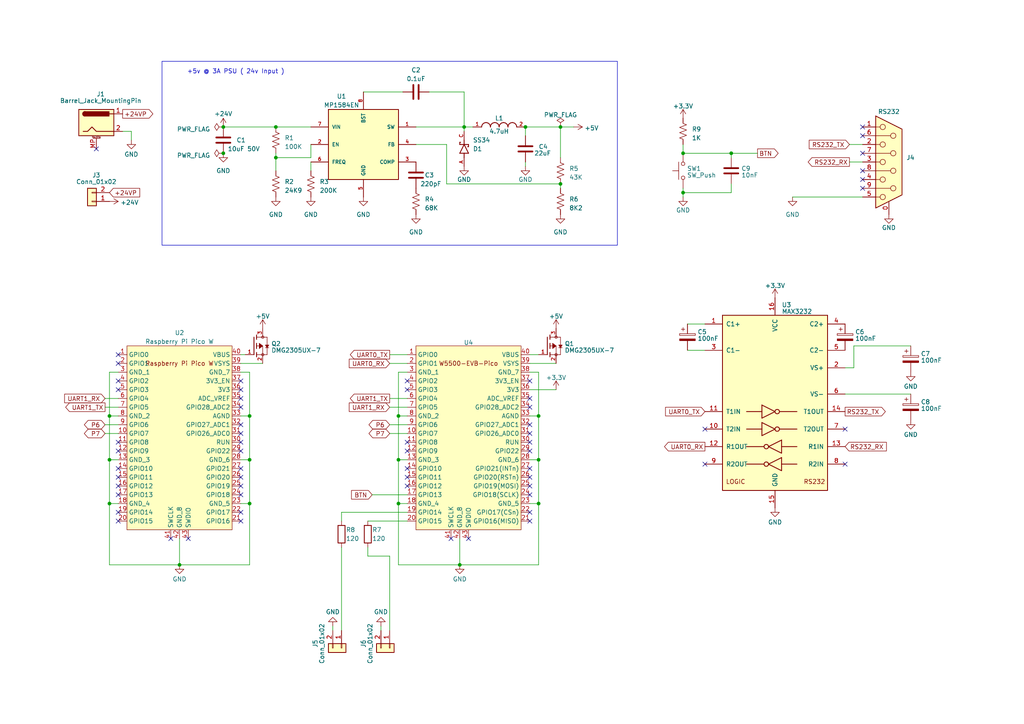
<source format=kicad_sch>
(kicad_sch (version 20230121) (generator eeschema)
  (paper "A4")
  (title_block (title "RS-232, Ethernet Data Encryption Terminal") (date "2023-03-15") (rev "0.1") (company "Robotus") (comment 1 "H.H. Shin"))
  (lib_symbols
    (symbol "Connector:Barrel_Jack_MountingPin" (pin_names hide)
      (property "Reference" "J" (at 0 5.334 0))
      (property "Value" "Barrel_Jack_MountingPin" (at 1.27 -6.35 0))
      (symbol "Barrel_Jack_MountingPin_0_1"
        (rectangle (start -5.08 3.81) (end 5.08 -3.81) (stroke (width 0.254)) (fill (type background)))
        (arc (start -3.302 3.175) (mid -3.9343 2.54) (end -3.302 1.905) (stroke (width 0.254)))
        (arc (start -3.302 3.175) (mid -3.9343 2.54) (end -3.302 1.905) (stroke (width 0.254)) (fill (type outline)))
        (polyline (pts (xy 5.08 2.54) (xy 3.81 2.54)) (stroke (width 0.254)))
        (polyline (pts (xy -3.81 -2.54) (xy -2.54 -2.54) (xy -1.27 -1.27) (xy 0 -2.54) (xy 2.54 -2.54) (xy 5.08 -2.54)) (stroke (width 0.254)))
        (rectangle (start 3.683 3.175) (end -3.302 1.905) (stroke (width 0.254)) (fill (type outline)))
      )
      (symbol "Barrel_Jack_MountingPin_1_1"
        (polyline (pts (xy -1.016 -4.572) (xy 1.016 -4.572)) (stroke (width 0.1524)))
        (text "Mounting" (at 0 -4.191 0) (effects (font (size 0.381 0.381))))
        (pin passive line (at 7.62 2.54 180) (length 2.54) (name "~") (number "1"))
        (pin passive line (at 7.62 -2.54 180) (length 2.54) (name "~") (number "2"))
        (pin passive line (at 0 -7.62 90) (length 3.048) (name "MountPin") (number "MP"))
      )
    )
    (symbol "Connector:DE9_Receptacle_MountingHoles" (pin_names (offset 1.016) hide)
      (property "Reference" "J" (at 0 16.51 0))
      (property "Value" "DE9_Receptacle_MountingHoles" (at 0 14.605 0))
      (symbol "DE9_Receptacle_MountingHoles_0_1"
        (circle (center -1.778 -10.16) (radius 0.762))
        (circle (center -1.778 -5.08) (radius 0.762))
        (circle (center -1.778 0) (radius 0.762))
        (circle (center -1.778 5.08) (radius 0.762))
        (circle (center -1.778 10.16) (radius 0.762))
        (polyline (pts (xy -3.81 -10.16) (xy -2.54 -10.16)))
        (polyline (pts (xy -3.81 -7.62) (xy 0.508 -7.62)))
        (polyline (pts (xy -3.81 -5.08) (xy -2.54 -5.08)))
        (polyline (pts (xy -3.81 -2.54) (xy 0.508 -2.54)))
        (polyline (pts (xy -3.81 0) (xy -2.54 0)))
        (polyline (pts (xy -3.81 2.54) (xy 0.508 2.54)))
        (polyline (pts (xy -3.81 5.08) (xy -2.54 5.08)))
        (polyline (pts (xy -3.81 7.62) (xy 0.508 7.62)))
        (polyline (pts (xy -3.81 10.16) (xy -2.54 10.16)))
        (polyline (pts (xy -3.81 13.335) (xy -3.81 -13.335) (xy 3.81 -9.525) (xy 3.81 9.525) (xy -3.81 13.335)) (stroke (width 0.254)) (fill (type background)))
        (circle (center 1.27 -7.62) (radius 0.762))
        (circle (center 1.27 -2.54) (radius 0.762))
        (circle (center 1.27 2.54) (radius 0.762))
        (circle (center 1.27 7.62) (radius 0.762))
      )
      (symbol "DE9_Receptacle_MountingHoles_1_1"
        (pin passive line (at 0 -15.24 90) (length 3.81) (name "PAD") (number "0"))
        (pin passive line (at -7.62 10.16 0) (length 3.81) (name "1") (number "1"))
        (pin passive line (at -7.62 5.08 0) (length 3.81) (name "2") (number "2"))
        (pin passive line (at -7.62 0 0) (length 3.81) (name "3") (number "3"))
        (pin passive line (at -7.62 -5.08 0) (length 3.81) (name "4") (number "4"))
        (pin passive line (at -7.62 -10.16 0) (length 3.81) (name "5") (number "5"))
        (pin passive line (at -7.62 7.62 0) (length 3.81) (name "6") (number "6"))
        (pin passive line (at -7.62 2.54 0) (length 3.81) (name "7") (number "7"))
        (pin passive line (at -7.62 -2.54 0) (length 3.81) (name "8") (number "8"))
        (pin passive line (at -7.62 -7.62 0) (length 3.81) (name "9") (number "9"))
      )
    )
    (symbol "Connector_Generic:Conn_01x02" (pin_names (offset 1.016) hide)
      (property "Reference" "J" (at 0 2.54 0))
      (property "Value" "Conn_01x02" (at 0 -5.08 0))
      (symbol "Conn_01x02_1_1"
        (rectangle (start -1.27 -2.413) (end 0 -2.667) (stroke (width 0.1524)))
        (rectangle (start -1.27 0.127) (end 0 -0.127) (stroke (width 0.1524)))
        (rectangle (start -1.27 1.27) (end 1.27 -3.81) (stroke (width 0.254)) (fill (type background)))
        (pin passive line (at -5.08 0 0) (length 3.81) (name "Pin_1") (number "1"))
        (pin passive line (at -5.08 -2.54 0) (length 3.81) (name "Pin_2") (number "2"))
      )
    )
    (symbol "DMG2305UX-7_1" (pin_names (offset 1.016))
      (property "Reference" "Q" (at -8.89 3.81 0))
      (property "Value" "DMG2305UX-7" (at -8.89 -6.35 0))
      (symbol "DMG2305UX-7_1_0_0"
        (polyline (pts (xy 0 -2.54) (xy 0 2.54)) (stroke (width 0.254)))
        (polyline (pts (xy 0.762 -3.175) (xy 0.762 -2.54)) (stroke (width 0.254)))
        (polyline (pts (xy 0.762 -2.54) (xy 0.762 -1.905)) (stroke (width 0.254)))
        (polyline (pts (xy 0.762 -2.54) (xy 2.54 -2.54)) (stroke (width 0.1524)))
        (polyline (pts (xy 0.762 -0.762) (xy 0.762 0)) (stroke (width 0.254)))
        (polyline (pts (xy 0.762 0) (xy 0.762 0.762)) (stroke (width 0.254)))
        (polyline (pts (xy 0.762 0) (xy 2.54 0)) (stroke (width 0.1524)))
        (polyline (pts (xy 0.762 1.905) (xy 0.762 2.54)) (stroke (width 0.254)))
        (polyline (pts (xy 0.762 2.54) (xy 0.762 3.175)) (stroke (width 0.254)))
        (polyline (pts (xy 2.54 -2.54) (xy 2.54 0)) (stroke (width 0.1524)))
        (polyline (pts (xy 2.54 -2.54) (xy 3.81 -2.54)) (stroke (width 0.1524)))
        (polyline (pts (xy 2.54 2.54) (xy 0.762 2.54)) (stroke (width 0.1524)))
        (polyline (pts (xy 2.54 2.54) (xy 3.81 2.54)) (stroke (width 0.1524)))
        (polyline (pts (xy 3.81 -0.508) (xy 3.302 -0.508)) (stroke (width 0.1524)))
        (polyline (pts (xy 3.81 -0.508) (xy 3.81 -2.54)) (stroke (width 0.1524)))
        (polyline (pts (xy 3.81 2.54) (xy 3.81 -0.508)) (stroke (width 0.1524)))
        (polyline (pts (xy 4.318 -0.508) (xy 3.81 -0.508)) (stroke (width 0.1524)))
        (polyline (pts (xy 2.54 0) (xy 1.524 0.762) (xy 1.524 -0.762) (xy 2.54 0)) (stroke (width 0.1524)) (fill (type outline)))
        (polyline (pts (xy 3.81 -0.508) (xy 3.302 0.254) (xy 4.318 0.254) (xy 3.81 -0.508)) (stroke (width 0.1524)) (fill (type outline)))
        (circle (center 2.54 -2.54) (radius 0.3592))
        (circle (center 2.54 2.54) (radius 0.3592))
        (pin passive line (at -2.54 -2.54 0) (length 2.54) (name "~") (number "1"))
        (pin passive line (at 2.54 5.08 270) (length 2.54) (name "~") (number "3"))
      )
      (symbol "DMG2305UX-7_1_1_0"
        (pin power_out line (at 2.54 -5.08 90) (length 2.54) (name "~") (number "2"))
      )
    )
    (symbol "Device:C" (pin_numbers hide) (pin_names (offset 0.254))
      (property "Reference" "C" (at 0.635 2.54 0))
      (property "Value" "C" (at 0.635 -2.54 0))
      (symbol "C_0_1"
        (polyline (pts (xy -2.032 -0.762) (xy 2.032 -0.762)) (stroke (width 0.508)))
        (polyline (pts (xy -2.032 0.762) (xy 2.032 0.762)) (stroke (width 0.508)))
      )
      (symbol "C_1_1"
        (pin passive line (at 0 3.81 270) (length 2.794) (name "~") (number "1"))
        (pin passive line (at 0 -3.81 90) (length 2.794) (name "~") (number "2"))
      )
    )
    (symbol "Device:C_Polarized" (pin_numbers hide) (pin_names (offset 0.254))
      (property "Reference" "C" (at 0.635 2.54 0))
      (property "Value" "C_Polarized" (at 0.635 -2.54 0))
      (symbol "C_Polarized_0_1"
        (rectangle (start -2.286 0.508) (end 2.286 1.016))
        (polyline (pts (xy -1.778 2.286) (xy -0.762 2.286)))
        (polyline (pts (xy -1.27 2.794) (xy -1.27 1.778)))
        (rectangle (start 2.286 -0.508) (end -2.286 -1.016) (fill (type outline)))
      )
      (symbol "C_Polarized_1_1"
        (pin passive line (at 0 3.81 270) (length 2.794) (name "~") (number "1"))
        (pin passive line (at 0 -3.81 90) (length 2.794) (name "~") (number "2"))
      )
    )
    (symbol "Device:R" (pin_numbers hide) (pin_names (offset 0))
      (property "Reference" "R" (at 2.032 0 90))
      (property "Value" "R" (at 0 0 90))
      (symbol "R_0_1"
        (rectangle (start -1.016 -2.54) (end 1.016 2.54) (stroke (width 0.254)))
      )
      (symbol "R_1_1"
        (pin passive line (at 0 3.81 270) (length 1.27) (name "~") (number "1"))
        (pin passive line (at 0 -3.81 90) (length 1.27) (name "~") (number "2"))
      )
    )
    (symbol "Device:R_US" (pin_numbers hide) (pin_names (offset 0))
      (property "Reference" "R" (at 2.54 0 90))
      (property "Value" "R_US" (at -2.54 0 90))
      (symbol "R_US_0_1"
        (polyline (pts (xy 0 -2.286) (xy 0 -2.54)))
        (polyline (pts (xy 0 2.286) (xy 0 2.54)))
        (polyline (pts (xy 0 -0.762) (xy 1.016 -1.143) (xy 0 -1.524) (xy -1.016 -1.905) (xy 0 -2.286)))
        (polyline (pts (xy 0 0.762) (xy 1.016 0.381) (xy 0 0) (xy -1.016 -0.381) (xy 0 -0.762)))
        (polyline (pts (xy 0 2.286) (xy 1.016 1.905) (xy 0 1.524) (xy -1.016 1.143) (xy 0 0.762)))
      )
      (symbol "R_US_1_1"
        (pin passive line (at 0 3.81 270) (length 1.27) (name "~") (number "1"))
        (pin passive line (at 0 -3.81 90) (length 1.27) (name "~") (number "2"))
      )
    )
    (symbol "Interface_UART:MAX3232" (pin_names (offset 1.016))
      (property "Reference" "U" (at -2.54 28.575 0))
      (property "Value" "MAX3232" (at -2.54 26.67 0))
      (symbol "MAX3232_0_0"
        (text "LOGIC" (at -11.43 -22.86 0) (effects (font (size 1.27 1.27))))
        (text "RS232" (at 11.43 -22.86 0) (effects (font (size 1.27 1.27))))
      )
      (symbol "MAX3232_0_1"
        (rectangle (start -15.24 -25.4) (end 15.24 25.4) (stroke (width 0.254)) (fill (type background)))
        (circle (center -2.54 -17.78) (radius 0.635) (stroke (width 0.254)))
        (circle (center -2.54 -12.7) (radius 0.635) (stroke (width 0.254)))
        (polyline (pts (xy -3.81 -7.62) (xy -8.255 -7.62)) (stroke (width 0.254)))
        (polyline (pts (xy -3.81 -2.54) (xy -8.255 -2.54)) (stroke (width 0.254)))
        (polyline (pts (xy -3.175 -17.78) (xy -8.255 -17.78)) (stroke (width 0.254)))
        (polyline (pts (xy -3.175 -12.7) (xy -8.255 -12.7)) (stroke (width 0.254)))
        (polyline (pts (xy 1.27 -7.62) (xy 6.35 -7.62)) (stroke (width 0.254)))
        (polyline (pts (xy 1.27 -2.54) (xy 6.35 -2.54)) (stroke (width 0.254)))
        (polyline (pts (xy 1.905 -17.78) (xy 6.35 -17.78)) (stroke (width 0.254)))
        (polyline (pts (xy 1.905 -12.7) (xy 6.35 -12.7)) (stroke (width 0.254)))
        (polyline (pts (xy -3.81 -5.715) (xy -3.81 -9.525) (xy 0 -7.62) (xy -3.81 -5.715)) (stroke (width 0.254)))
        (polyline (pts (xy -3.81 -0.635) (xy -3.81 -4.445) (xy 0 -2.54) (xy -3.81 -0.635)) (stroke (width 0.254)))
        (polyline (pts (xy 1.905 -15.875) (xy 1.905 -19.685) (xy -1.905 -17.78) (xy 1.905 -15.875)) (stroke (width 0.254)))
        (polyline (pts (xy 1.905 -10.795) (xy 1.905 -14.605) (xy -1.905 -12.7) (xy 1.905 -10.795)) (stroke (width 0.254)))
        (circle (center 0.635 -7.62) (radius 0.635) (stroke (width 0.254)))
        (circle (center 0.635 -2.54) (radius 0.635) (stroke (width 0.254)))
      )
      (symbol "MAX3232_1_1"
        (pin passive line (at -20.32 22.86 0) (length 5.08) (name "C1+") (number "1"))
        (pin input line (at -20.32 -7.62 0) (length 5.08) (name "T2IN") (number "10"))
        (pin input line (at -20.32 -2.54 0) (length 5.08) (name "T1IN") (number "11"))
        (pin output line (at -20.32 -12.7 0) (length 5.08) (name "R1OUT") (number "12"))
        (pin input line (at 20.32 -12.7 180) (length 5.08) (name "R1IN") (number "13"))
        (pin output line (at 20.32 -2.54 180) (length 5.08) (name "T1OUT") (number "14"))
        (pin power_in line (at 0 -30.48 90) (length 5.08) (name "GND") (number "15"))
        (pin power_in line (at 0 30.48 270) (length 5.08) (name "VCC") (number "16"))
        (pin power_out line (at 20.32 10.16 180) (length 5.08) (name "VS+") (number "2"))
        (pin passive line (at -20.32 15.24 0) (length 5.08) (name "C1-") (number "3"))
        (pin passive line (at 20.32 22.86 180) (length 5.08) (name "C2+") (number "4"))
        (pin passive line (at 20.32 15.24 180) (length 5.08) (name "C2-") (number "5"))
        (pin power_out line (at 20.32 2.54 180) (length 5.08) (name "VS-") (number "6"))
        (pin output line (at 20.32 -7.62 180) (length 5.08) (name "T2OUT") (number "7"))
        (pin input line (at 20.32 -17.78 180) (length 5.08) (name "R2IN") (number "8"))
        (pin output line (at -20.32 -17.78 0) (length 5.08) (name "R2OUT") (number "9"))
      )
    )
    (symbol "Switch:SW_Push" (pin_numbers hide) (pin_names (offset 1.016) hide)
      (property "Reference" "SW" (at 1.27 2.54 0))
      (property "Value" "SW_Push" (at 0 -1.524 0))
      (symbol "SW_Push_0_1"
        (circle (center -2.032 0) (radius 0.508))
        (polyline (pts (xy 0 1.27) (xy 0 3.048)))
        (polyline (pts (xy 2.54 1.27) (xy -2.54 1.27)))
        (circle (center 2.032 0) (radius 0.508))
        (pin passive line (at -5.08 0 0) (length 2.54) (name "1") (number "1"))
        (pin passive line (at 5.08 0 180) (length 2.54) (name "2") (number "2"))
      )
    )
    (symbol "dmg2305-FET:DMG2305UX-7" (pin_names (offset 1.016))
      (property "Reference" "Q" (at -8.89 3.81 0))
      (property "Value" "DMG2305UX-7" (at -8.89 -6.35 0))
      (symbol "DMG2305UX-7_0_0"
        (polyline (pts (xy 0 -2.54) (xy 0 2.54)) (stroke (width 0.254)))
        (polyline (pts (xy 0.762 -3.175) (xy 0.762 -2.54)) (stroke (width 0.254)))
        (polyline (pts (xy 0.762 -2.54) (xy 0.762 -1.905)) (stroke (width 0.254)))
        (polyline (pts (xy 0.762 -2.54) (xy 2.54 -2.54)) (stroke (width 0.1524)))
        (polyline (pts (xy 0.762 -0.762) (xy 0.762 0)) (stroke (width 0.254)))
        (polyline (pts (xy 0.762 0) (xy 0.762 0.762)) (stroke (width 0.254)))
        (polyline (pts (xy 0.762 0) (xy 2.54 0)) (stroke (width 0.1524)))
        (polyline (pts (xy 0.762 1.905) (xy 0.762 2.54)) (stroke (width 0.254)))
        (polyline (pts (xy 0.762 2.54) (xy 0.762 3.175)) (stroke (width 0.254)))
        (polyline (pts (xy 2.54 -2.54) (xy 2.54 0)) (stroke (width 0.1524)))
        (polyline (pts (xy 2.54 -2.54) (xy 3.81 -2.54)) (stroke (width 0.1524)))
        (polyline (pts (xy 2.54 2.54) (xy 0.762 2.54)) (stroke (width 0.1524)))
        (polyline (pts (xy 2.54 2.54) (xy 3.81 2.54)) (stroke (width 0.1524)))
        (polyline (pts (xy 3.81 -0.508) (xy 3.302 -0.508)) (stroke (width 0.1524)))
        (polyline (pts (xy 3.81 -0.508) (xy 3.81 -2.54)) (stroke (width 0.1524)))
        (polyline (pts (xy 3.81 2.54) (xy 3.81 -0.508)) (stroke (width 0.1524)))
        (polyline (pts (xy 4.318 -0.508) (xy 3.81 -0.508)) (stroke (width 0.1524)))
        (polyline (pts (xy 2.54 0) (xy 1.524 0.762) (xy 1.524 -0.762) (xy 2.54 0)) (stroke (width 0.1524)) (fill (type outline)))
        (polyline (pts (xy 3.81 -0.508) (xy 3.302 0.254) (xy 4.318 0.254) (xy 3.81 -0.508)) (stroke (width 0.1524)) (fill (type outline)))
        (circle (center 2.54 -2.54) (radius 0.3592))
        (circle (center 2.54 2.54) (radius 0.3592))
        (pin passive line (at -2.54 -2.54 0) (length 2.54) (name "~") (number "1"))
        (pin passive line (at 2.54 5.08 270) (length 2.54) (name "~") (number "3"))
      )
      (symbol "DMG2305UX-7_1_0"
        (pin power_out line (at 2.54 -5.08 90) (length 2.54) (name "~") (number "2"))
      )
    )
    (symbol "mp1584en:MP1584EN" (pin_names (offset 1.016))
      (property "Reference" "U1" (at -6.35 13.97 0))
      (property "Value" "MP1584EN" (at -6.35 11.43 0))
      (symbol "MP1584EN_0_0"
        (rectangle (start -10.16 -10.16) (end 10.16 10.16) (stroke (width 0.254)) (fill (type background)))
        (pin output line (at 15.24 5.08 180) (length 5.08) (name "SW") (number "1"))
        (pin input line (at -15.24 0 0) (length 5.08) (name "EN") (number "2"))
        (pin output line (at 15.24 -5.08 180) (length 5.08) (name "COMP") (number "3"))
        (pin input line (at 15.24 0 180) (length 5.08) (name "FB") (number "4"))
        (pin power_in line (at 0 -15.24 90) (length 5.08) (name "GND") (number "5"))
        (pin input line (at -15.24 -5.08 0) (length 5.08) (name "FREQ") (number "6"))
        (pin input line (at -15.24 5.08 0) (length 5.08) (name "VIN") (number "7"))
        (pin passive line (at 0 15.24 270) (length 5.08) (name "BST") (number "8"))
      )
    )
    (symbol "power:+24V" (power) (pin_names (offset 0))
      (property "Value" "+24V" (at 0 3.556 0))
      (symbol "+24V_0_1"
        (polyline (pts (xy -0.762 1.27) (xy 0 2.54)))
        (polyline (pts (xy 0 0) (xy 0 2.54)))
        (polyline (pts (xy 0 2.54) (xy 0.762 1.27)))
      )
      (symbol "+24V_1_1"
        (pin power_in line (at 0 0 90) (length 0) hide (name "+24V") (number "1"))
      )
    )
    (symbol "power:+3.3V" (power) (pin_names (offset 0))
      (property "Value" "+3.3V" (at 0 3.556 0))
      (symbol "+3.3V_0_1"
        (polyline (pts (xy -0.762 1.27) (xy 0 2.54)))
        (polyline (pts (xy 0 0) (xy 0 2.54)))
        (polyline (pts (xy 0 2.54) (xy 0.762 1.27)))
      )
      (symbol "+3.3V_1_1"
        (pin power_in line (at 0 0 90) (length 0) hide (name "+3.3V") (number "1"))
      )
    )
    (symbol "power:+5V" (power) (pin_names (offset 0))
      (property "Value" "+5V" (at 0 3.556 0))
      (symbol "+5V_0_1"
        (polyline (pts (xy -0.762 1.27) (xy 0 2.54)))
        (polyline (pts (xy 0 0) (xy 0 2.54)))
        (polyline (pts (xy 0 2.54) (xy 0.762 1.27)))
      )
      (symbol "+5V_1_1"
        (pin power_in line (at 0 0 90) (length 0) hide (name "+5V") (number "1"))
      )
    )
    (symbol "power:GND" (power) (pin_names (offset 0))
      (property "Value" "GND" (at 0 -3.81 0))
      (symbol "GND_0_1"
        (polyline (pts (xy 0 0) (xy 0 -1.27) (xy 1.27 -1.27) (xy 0 -2.54) (xy -1.27 -1.27) (xy 0 -1.27)))
      )
      (symbol "GND_1_1"
        (pin power_in line (at 0 0 270) (length 0) hide (name "GND") (number "1"))
      )
    )
    (symbol "power:PWR_FLAG" (power) (pin_numbers hide) (pin_names (offset 0) hide)
      (property "Value" "PWR_FLAG" (at 0 3.81 0))
      (symbol "PWR_FLAG_0_0"
        (pin power_out line (at 0 0 90) (length 0) (name "pwr") (number "1"))
      )
      (symbol "PWR_FLAG_0_1"
        (polyline (pts (xy 0 0) (xy 0 1.27) (xy -1.016 1.905) (xy 0 2.54) (xy 1.016 1.905) (xy 0 1.27)))
      )
    )
    (symbol "raspberrypi-pico-w:Pico-W"
      (property "Reference" "U1" (at 0 30.861 0))
      (property "Value" "Pico-W" (at 0 28.5496 0))
      (symbol "Pico-W_0_1"
        (rectangle (start -15.24 26.67) (end 15.24 -26.67) (fill (type background)))
      )
      (symbol "Pico-W_1_0"
        (text "Raspberry Pi Pico W" (at 0 21.59 0) (effects (font (size 1.27 1.27))))
      )
      (symbol "Pico-W_1_1"
        (pin bidirectional line (at -17.78 24.13 0) (length 2.54) (name "GPIO0") (number "1"))
        (pin bidirectional line (at -17.78 1.27 0) (length 2.54) (name "GPIO7") (number "10"))
        (pin bidirectional line (at -17.78 -1.27 0) (length 2.54) (name "GPIO8") (number "11"))
        (pin bidirectional line (at -17.78 -3.81 0) (length 2.54) (name "GPIO9") (number "12"))
        (pin power_in line (at -17.78 -6.35 0) (length 2.54) (name "GND_3") (number "13"))
        (pin bidirectional line (at -17.78 -8.89 0) (length 2.54) (name "GPIO10") (number "14"))
        (pin bidirectional line (at -17.78 -11.43 0) (length 2.54) (name "GPIO11") (number "15"))
        (pin bidirectional line (at -17.78 -13.97 0) (length 2.54) (name "GPIO12") (number "16"))
        (pin bidirectional line (at -17.78 -16.51 0) (length 2.54) (name "GPIO13") (number "17"))
        (pin power_in line (at -17.78 -19.05 0) (length 2.54) (name "GND_4") (number "18"))
        (pin bidirectional line (at -17.78 -21.59 0) (length 2.54) (name "GPIO14") (number "19"))
        (pin bidirectional line (at -17.78 21.59 0) (length 2.54) (name "GPIO1") (number "2"))
        (pin bidirectional line (at -17.78 -24.13 0) (length 2.54) (name "GPIO15") (number "20"))
        (pin bidirectional line (at 17.78 -24.13 180) (length 2.54) (name "GPIO16") (number "21"))
        (pin bidirectional line (at 17.78 -21.59 180) (length 2.54) (name "GPIO17") (number "22"))
        (pin power_in line (at 17.78 -19.05 180) (length 2.54) (name "GND_5") (number "23"))
        (pin bidirectional line (at 17.78 -16.51 180) (length 2.54) (name "GPIO18") (number "24"))
        (pin bidirectional line (at 17.78 -13.97 180) (length 2.54) (name "GPIO19") (number "25"))
        (pin bidirectional line (at 17.78 -11.43 180) (length 2.54) (name "GPIO20") (number "26"))
        (pin bidirectional line (at 17.78 -8.89 180) (length 2.54) (name "GPIO21") (number "27"))
        (pin power_in line (at 17.78 -6.35 180) (length 2.54) (name "GND_6") (number "28"))
        (pin bidirectional line (at 17.78 -3.81 180) (length 2.54) (name "GPIO22") (number "29"))
        (pin power_in line (at -17.78 19.05 0) (length 2.54) (name "GND_1") (number "3"))
        (pin input line (at 17.78 -1.27 180) (length 2.54) (name "RUN") (number "30"))
        (pin bidirectional line (at 17.78 1.27 180) (length 2.54) (name "GPIO26_ADC0") (number "31"))
        (pin bidirectional line (at 17.78 3.81 180) (length 2.54) (name "GPIO27_ADC1") (number "32"))
        (pin power_in line (at 17.78 6.35 180) (length 2.54) (name "AGND") (number "33"))
        (pin bidirectional line (at 17.78 8.89 180) (length 2.54) (name "GPIO28_ADC2") (number "34"))
        (pin power_in line (at 17.78 11.43 180) (length 2.54) (name "ADC_VREF") (number "35"))
        (pin power_out line (at 17.78 13.97 180) (length 2.54) (name "3V3") (number "36"))
        (pin input line (at 17.78 16.51 180) (length 2.54) (name "3V3_EN") (number "37"))
        (pin power_in line (at 17.78 19.05 180) (length 2.54) (name "GND_7") (number "38"))
        (pin power_in line (at 17.78 21.59 180) (length 2.54) (name "VSYS") (number "39"))
        (pin bidirectional line (at -17.78 16.51 0) (length 2.54) (name "GPIO2") (number "4"))
        (pin power_out line (at 17.78 24.13 180) (length 2.54) (name "VBUS") (number "40"))
        (pin input line (at -2.54 -29.21 90) (length 2.54) (name "SWCLK") (number "41"))
        (pin power_in line (at 0 -29.21 90) (length 2.54) (name "GND_8") (number "42"))
        (pin bidirectional line (at 2.54 -29.21 90) (length 2.54) (name "SWDIO") (number "43"))
        (pin bidirectional line (at -17.78 13.97 0) (length 2.54) (name "GPIO3") (number "5"))
        (pin bidirectional line (at -17.78 11.43 0) (length 2.54) (name "GPIO4") (number "6"))
        (pin bidirectional line (at -17.78 8.89 0) (length 2.54) (name "GPIO5") (number "7"))
        (pin power_in line (at -17.78 6.35 0) (length 2.54) (name "GND_2") (number "8"))
        (pin bidirectional line (at -17.78 3.81 0) (length 2.54) (name "GPIO6") (number "9"))
      )
    )
    (symbol "rlf7030t-4r7m3r4:RLF7030T-4R7M3R4" (pin_names (offset 1.016))
      (property "Reference" "L1" (at 0 2.54 0))
      (property "Value" "4.7uH" (at 0 -1.27 0))
      (symbol "RLF7030T-4R7M3R4_0_0"
        (arc (start -3.81 1.27) (mid -4.708 0.898) (end -5.08 0) (stroke (width 0.254)))
        (arc (start -2.54 0) (mid -2.912 0.898) (end -3.81 1.27) (stroke (width 0.254)))
        (arc (start -1.27 1.27) (mid -2.168 0.898) (end -2.54 0) (stroke (width 0.254)))
        (arc (start 0 0) (mid -0.372 0.898) (end -1.27 1.27) (stroke (width 0.254)))
        (arc (start 1.27 1.27) (mid 0.372 0.898) (end 0 0) (stroke (width 0.254)))
        (arc (start 2.54 0) (mid 2.168 0.898) (end 1.27 1.27) (stroke (width 0.254)))
        (arc (start 3.81 1.27) (mid 2.912 0.898) (end 2.54 0) (stroke (width 0.254)))
        (arc (start 5.08 0) (mid 4.708 0.898) (end 3.81 1.27) (stroke (width 0.254)))
        (pin passive line (at -7.62 0 0) (length 2.54) (name "~") (number "1"))
        (pin passive line (at 7.62 0 180) (length 2.54) (name "~") (number "2"))
      )
    )
    (symbol "ss34:SS34" (pin_names (offset 1.016))
      (property "Reference" "D1" (at 2.54 0 90))
      (property "Value" "SS34" (at 2.54 -2.54 90))
      (symbol "SS34_0_0"
        (polyline (pts (xy -2.54 0) (xy -1.27 0)) (stroke (width 0.254)))
        (polyline (pts (xy -1.27 -1.27) (xy 1.27 0)) (stroke (width 0.254)))
        (polyline (pts (xy -1.27 0) (xy -1.27 -1.27)) (stroke (width 0.254)))
        (polyline (pts (xy -1.27 1.27) (xy -1.27 0)) (stroke (width 0.254)))
        (polyline (pts (xy 0.635 -1.016) (xy 0.635 -1.27)) (stroke (width 0.254)))
        (polyline (pts (xy 1.27 -1.27) (xy 0.635 -1.27)) (stroke (width 0.254)))
        (polyline (pts (xy 1.27 0) (xy -1.27 1.27)) (stroke (width 0.254)))
        (polyline (pts (xy 1.27 0) (xy 1.27 -1.27)) (stroke (width 0.254)))
        (polyline (pts (xy 1.27 1.27) (xy 1.27 0)) (stroke (width 0.254)))
        (polyline (pts (xy 1.905 1.27) (xy 1.27 1.27)) (stroke (width 0.254)))
        (polyline (pts (xy 1.905 1.27) (xy 1.905 1.016)) (stroke (width 0.254)))
        (polyline (pts (xy 2.54 0) (xy 1.27 0)) (stroke (width 0.254)))
        (pin passive line (at -5.08 0 0) (length 2.54) (name "~") (number "A"))
        (pin passive line (at 5.08 0 180) (length 2.54) (name "~") (number "C"))
      )
    )
    (symbol "w5500-evb-pico:W5500-EVB-Pico"
      (property "Reference" "U1" (at 0 25.4 0))
      (symbol "W5500-EVB-Pico_0_1"
        (rectangle (start -15.24 24.13) (end 15.24 -29.21) (fill (type background)))
      )
      (symbol "W5500-EVB-Pico_1_0"
        (text "W5500-EVB-Pico" (at 0 19.05 0) (effects (font (size 1.27 1.27))))
      )
      (symbol "W5500-EVB-Pico_1_1"
        (pin bidirectional line (at -17.78 21.59 0) (length 2.54) (name "GPIO0") (number "1"))
        (pin bidirectional line (at -17.78 -1.27 0) (length 2.54) (name "GPIO7") (number "10"))
        (pin bidirectional line (at -17.78 -3.81 0) (length 2.54) (name "GPIO8") (number "11"))
        (pin bidirectional line (at -17.78 -6.35 0) (length 2.54) (name "GPIO9") (number "12"))
        (pin power_in line (at -17.78 -8.89 0) (length 2.54) (name "GND_3") (number "13"))
        (pin bidirectional line (at -17.78 -11.43 0) (length 2.54) (name "GPIO10") (number "14"))
        (pin bidirectional line (at -17.78 -13.97 0) (length 2.54) (name "GPIO11") (number "15"))
        (pin bidirectional line (at -17.78 -16.51 0) (length 2.54) (name "GPIO12") (number "16"))
        (pin bidirectional line (at -17.78 -19.05 0) (length 2.54) (name "GPIO13") (number "17"))
        (pin power_in line (at -17.78 -21.59 0) (length 2.54) (name "GND_4") (number "18"))
        (pin bidirectional line (at -17.78 -24.13 0) (length 2.54) (name "GPIO14") (number "19"))
        (pin bidirectional line (at -17.78 19.05 0) (length 2.54) (name "GPIO1") (number "2"))
        (pin bidirectional line (at -17.78 -26.67 0) (length 2.54) (name "GPIO15") (number "20"))
        (pin bidirectional line (at 17.78 -26.67 180) (length 2.54) (name "GPIO16(MISO)") (number "21"))
        (pin bidirectional line (at 17.78 -24.13 180) (length 2.54) (name "GPIO17(CSn)") (number "22"))
        (pin power_in line (at 17.78 -21.59 180) (length 2.54) (name "GND_5") (number "23"))
        (pin bidirectional line (at 17.78 -19.05 180) (length 2.54) (name "GPIO18(SCLK)") (number "24"))
        (pin bidirectional line (at 17.78 -16.51 180) (length 2.54) (name "GPIO19(MOSI)") (number "25"))
        (pin bidirectional line (at 17.78 -13.97 180) (length 2.54) (name "GPIO20(RSTn)") (number "26"))
        (pin bidirectional line (at 17.78 -11.43 180) (length 2.54) (name "GPIO21(INTn)") (number "27"))
        (pin power_in line (at 17.78 -8.89 180) (length 2.54) (name "GND_6") (number "28"))
        (pin bidirectional line (at 17.78 -6.35 180) (length 2.54) (name "GPIO22") (number "29"))
        (pin power_in line (at -17.78 16.51 0) (length 2.54) (name "GND_1") (number "3"))
        (pin input line (at 17.78 -3.81 180) (length 2.54) (name "RUN") (number "30"))
        (pin bidirectional line (at 17.78 -1.27 180) (length 2.54) (name "GPIO26_ADC0") (number "31"))
        (pin bidirectional line (at 17.78 1.27 180) (length 2.54) (name "GPIO27_ADC1") (number "32"))
        (pin power_in line (at 17.78 3.81 180) (length 2.54) (name "AGND") (number "33"))
        (pin bidirectional line (at 17.78 6.35 180) (length 2.54) (name "GPIO28_ADC2") (number "34"))
        (pin power_in line (at 17.78 8.89 180) (length 2.54) (name "ADC_VREF") (number "35"))
        (pin power_out line (at 17.78 11.43 180) (length 2.54) (name "3V3") (number "36"))
        (pin input line (at 17.78 13.97 180) (length 2.54) (name "3V3_EN") (number "37"))
        (pin power_in line (at 17.78 16.51 180) (length 2.54) (name "GND_7") (number "38"))
        (pin power_in line (at 17.78 19.05 180) (length 2.54) (name "VSYS") (number "39"))
        (pin bidirectional line (at -17.78 13.97 0) (length 2.54) (name "GPIO2") (number "4"))
        (pin power_out line (at 17.78 21.59 180) (length 2.54) (name "VBUS") (number "40"))
        (pin input line (at -5.08 -31.75 90) (length 2.54) (name "SWCLK") (number "41"))
        (pin power_in line (at -2.54 -31.75 90) (length 2.54) (name "GND_8") (number "42"))
        (pin bidirectional line (at 0 -31.75 90) (length 2.54) (name "SWDIO") (number "43"))
        (pin bidirectional line (at -17.78 11.43 0) (length 2.54) (name "GPIO3") (number "5"))
        (pin bidirectional line (at -17.78 8.89 0) (length 2.54) (name "GPIO4") (number "6"))
        (pin bidirectional line (at -17.78 6.35 0) (length 2.54) (name "GPIO5") (number "7"))
        (pin power_in line (at -17.78 3.81 0) (length 2.54) (name "GND_2") (number "8"))
        (pin bidirectional line (at -17.78 1.27 0) (length 2.54) (name "GPIO6") (number "9"))
      )
    )
  )
  (junction (at 115.57 133.35))
  (junction (at 31.75 120.65))
  (junction (at 80.01 36.83))
  (junction (at 52.07 163.83))
  (junction (at 212.09 44.45))
  (junction (at 80.01 45.72))
  (junction (at 162.56 36.83))
  (junction (at 156.21 146.05))
  (junction (at 152.4 36.83))
  (junction (at 133.35 163.83))
  (junction (at 72.39 133.35))
  (junction (at 156.21 133.35))
  (junction (at 64.77 44.45))
  (junction (at 31.75 146.05))
  (junction (at 64.77 36.83))
  (junction (at 156.21 120.65))
  (junction (at 31.75 133.35))
  (junction (at 134.62 36.83))
  (junction (at 72.39 146.05))
  (junction (at 115.57 120.65))
  (junction (at 198.12 44.45))
  (junction (at 72.39 120.65))
  (junction (at 162.56 53.34))
  (junction (at 115.57 146.05))
  (junction (at 198.12 55.88))
  (no_connect (at 250.19 52.07))
  (no_connect (at 153.67 135.89))
  (no_connect (at 69.85 135.89))
  (no_connect (at 118.11 138.43))
  (no_connect (at 34.29 143.51))
  (no_connect (at 245.11 134.62))
  (no_connect (at 34.29 102.87))
  (no_connect (at 34.29 151.13))
  (no_connect (at 250.19 39.37))
  (no_connect (at 34.29 105.41))
  (no_connect (at 69.85 138.43))
  (no_connect (at 34.29 138.43))
  (no_connect (at 118.11 130.81))
  (no_connect (at 153.67 123.19))
  (no_connect (at 69.85 130.81))
  (no_connect (at 69.85 125.73))
  (no_connect (at 153.67 148.59))
  (no_connect (at 54.61 156.21))
  (no_connect (at 69.85 151.13))
  (no_connect (at 34.29 128.27))
  (no_connect (at 135.89 156.21))
  (no_connect (at 34.29 148.59))
  (no_connect (at 204.47 134.62))
  (no_connect (at 27.94 43.18))
  (no_connect (at 34.29 140.97))
  (no_connect (at 69.85 113.03))
  (no_connect (at 153.67 138.43))
  (no_connect (at 153.67 118.11))
  (no_connect (at 69.85 148.59))
  (no_connect (at 118.11 135.89))
  (no_connect (at 250.19 49.53))
  (no_connect (at 34.29 110.49))
  (no_connect (at 130.81 156.21))
  (no_connect (at 69.85 110.49))
  (no_connect (at 153.67 110.49))
  (no_connect (at 118.11 110.49))
  (no_connect (at 153.67 128.27))
  (no_connect (at 153.67 151.13))
  (no_connect (at 153.67 130.81))
  (no_connect (at 69.85 118.11))
  (no_connect (at 153.67 115.57))
  (no_connect (at 153.67 140.97))
  (no_connect (at 49.53 156.21))
  (no_connect (at 118.11 128.27))
  (no_connect (at 204.47 124.46))
  (no_connect (at 153.67 143.51))
  (no_connect (at 34.29 130.81))
  (no_connect (at 250.19 44.45))
  (no_connect (at 69.85 140.97))
  (no_connect (at 250.19 54.61))
  (no_connect (at 245.11 124.46))
  (no_connect (at 118.11 140.97))
  (no_connect (at 69.85 123.19))
  (no_connect (at 69.85 115.57))
  (no_connect (at 34.29 135.89))
  (no_connect (at 153.67 125.73))
  (no_connect (at 69.85 143.51))
  (no_connect (at 34.29 113.03))
  (no_connect (at 69.85 128.27))
  (no_connect (at 118.11 113.03))
  (no_connect (at 250.19 36.83))
  (wire (pts (xy 80.01 45.72) (xy 90.17 45.72)))
  (wire (pts (xy 134.62 36.83) (xy 134.62 38.1)))
  (wire (pts (xy 153.67 107.95) (xy 156.21 107.95)))
  (wire (pts (xy 156.21 133.35) (xy 156.21 146.05)))
  (wire (pts (xy 52.07 156.21) (xy 52.07 163.83)))
  (wire (pts (xy 199.39 93.98) (xy 204.47 93.98)))
  (wire (pts (xy 113.03 102.87) (xy 118.11 102.87)))
  (wire (pts (xy 152.4 36.83) (xy 152.4 39.37)))
  (wire (pts (xy 72.39 163.83) (xy 52.07 163.83)))
  (wire (pts (xy 30.48 115.57) (xy 34.29 115.57)))
  (wire (pts (xy 212.09 44.45) (xy 219.71 44.45)))
  (wire (pts (xy 156.21 120.65) (xy 156.21 133.35)))
  (wire (pts (xy 246.38 41.91) (xy 250.19 41.91)))
  (wire (pts (xy 31.75 120.65) (xy 31.75 133.35)))
  (wire (pts (xy 152.4 46.99) (xy 152.4 48.26)))
  (wire (pts (xy 72.39 107.95) (xy 72.39 120.65)))
  (wire (pts (xy 99.06 148.59) (xy 99.06 151.13)))
  (wire (pts (xy 72.39 133.35) (xy 72.39 146.05)))
  (wire (pts (xy 229.87 57.15) (xy 250.19 57.15)))
  (wire (pts (xy 106.68 151.13) (xy 118.11 151.13)))
  (wire (pts (xy 156.21 146.05) (xy 156.21 163.83)))
  (wire (pts (xy 64.77 36.83) (xy 80.01 36.83)))
  (wire (pts (xy 38.1 38.1) (xy 38.1 40.64)))
  (wire (pts (xy 106.68 158.75) (xy 106.68 161.29)))
  (wire (pts (xy 120.65 41.91) (xy 129.54 41.91)))
  (wire (pts (xy 107.95 143.51) (xy 118.11 143.51)))
  (wire (pts (xy 30.48 123.19) (xy 34.29 123.19)))
  (wire (pts (xy 118.11 107.95) (xy 115.57 107.95)))
  (wire (pts (xy 162.56 53.34) (xy 162.56 54.61)))
  (wire (pts (xy 156.21 107.95) (xy 156.21 120.65)))
  (wire (pts (xy 113.03 105.41) (xy 118.11 105.41)))
  (wire (pts (xy 153.67 146.05) (xy 156.21 146.05)))
  (wire (pts (xy 129.54 53.34) (xy 162.56 53.34)))
  (wire (pts (xy 153.67 113.03) (xy 161.29 113.03)))
  (wire (pts (xy 247.65 106.68) (xy 247.65 100.33)))
  (wire (pts (xy 69.85 102.87) (xy 71.12 102.87)))
  (wire (pts (xy 137.16 36.83) (xy 134.62 36.83)))
  (wire (pts (xy 80.01 44.45) (xy 80.01 45.72)))
  (wire (pts (xy 69.85 105.41) (xy 76.2 105.41)))
  (wire (pts (xy 212.09 55.88) (xy 198.12 55.88)))
  (wire (pts (xy 113.03 125.73) (xy 118.11 125.73)))
  (wire (pts (xy 162.56 36.83) (xy 162.56 45.72)))
  (wire (pts (xy 31.75 107.95) (xy 31.75 120.65)))
  (wire (pts (xy 115.57 163.83) (xy 133.35 163.83)))
  (wire (pts (xy 115.57 146.05) (xy 118.11 146.05)))
  (wire (pts (xy 161.29 105.41) (xy 153.67 105.41)))
  (wire (pts (xy 115.57 133.35) (xy 118.11 133.35)))
  (wire (pts (xy 199.39 101.6) (xy 204.47 101.6)))
  (wire (pts (xy 118.11 148.59) (xy 99.06 148.59)))
  (wire (pts (xy 115.57 120.65) (xy 115.57 133.35)))
  (wire (pts (xy 133.35 156.21) (xy 133.35 163.83)))
  (wire (pts (xy 31.75 146.05) (xy 31.75 163.83)))
  (wire (pts (xy 212.09 53.34) (xy 212.09 55.88)))
  (wire (pts (xy 198.12 54.61) (xy 198.12 55.88)))
  (wire (pts (xy 80.01 36.83) (xy 90.17 36.83)))
  (wire (pts (xy 153.67 133.35) (xy 156.21 133.35)))
  (wire (pts (xy 110.49 182.88) (xy 110.49 181.61)))
  (wire (pts (xy 31.75 133.35) (xy 31.75 146.05)))
  (wire (pts (xy 115.57 133.35) (xy 115.57 146.05)))
  (wire (pts (xy 113.03 115.57) (xy 118.11 115.57)))
  (wire (pts (xy 99.06 158.75) (xy 99.06 182.88)))
  (wire (pts (xy 134.62 26.67) (xy 134.62 36.83)))
  (wire (pts (xy 69.85 133.35) (xy 72.39 133.35)))
  (wire (pts (xy 113.03 118.11) (xy 118.11 118.11)))
  (wire (pts (xy 69.85 107.95) (xy 72.39 107.95)))
  (wire (pts (xy 35.56 38.1) (xy 38.1 38.1)))
  (wire (pts (xy 31.75 163.83) (xy 52.07 163.83)))
  (wire (pts (xy 247.65 100.33) (xy 264.16 100.33)))
  (wire (pts (xy 30.48 125.73) (xy 34.29 125.73)))
  (wire (pts (xy 72.39 120.65) (xy 72.39 133.35)))
  (wire (pts (xy 30.48 118.11) (xy 34.29 118.11)))
  (wire (pts (xy 212.09 45.72) (xy 212.09 44.45)))
  (wire (pts (xy 106.68 161.29) (xy 113.03 161.29)))
  (wire (pts (xy 96.52 182.88) (xy 96.52 181.61)))
  (wire (pts (xy 162.56 36.83) (xy 166.37 36.83)))
  (wire (pts (xy 246.38 46.99) (xy 250.19 46.99)))
  (wire (pts (xy 31.75 133.35) (xy 34.29 133.35)))
  (wire (pts (xy 72.39 146.05) (xy 72.39 163.83)))
  (wire (pts (xy 245.11 106.68) (xy 247.65 106.68)))
  (wire (pts (xy 90.17 41.91) (xy 90.17 45.72)))
  (wire (pts (xy 129.54 41.91) (xy 129.54 53.34)))
  (wire (pts (xy 80.01 45.72) (xy 80.01 49.53)))
  (wire (pts (xy 69.85 146.05) (xy 72.39 146.05)))
  (wire (pts (xy 245.11 114.3) (xy 264.16 114.3)))
  (wire (pts (xy 90.17 46.99) (xy 90.17 49.53)))
  (wire (pts (xy 120.65 36.83) (xy 134.62 36.83)))
  (wire (pts (xy 156.21 163.83) (xy 133.35 163.83)))
  (wire (pts (xy 198.12 55.88) (xy 198.12 57.15)))
  (wire (pts (xy 31.75 146.05) (xy 34.29 146.05)))
  (wire (pts (xy 152.4 36.83) (xy 162.56 36.83)))
  (wire (pts (xy 113.03 123.19) (xy 118.11 123.19)))
  (wire (pts (xy 124.46 26.67) (xy 134.62 26.67)))
  (wire (pts (xy 156.21 102.87) (xy 153.67 102.87)))
  (wire (pts (xy 34.29 107.95) (xy 31.75 107.95)))
  (wire (pts (xy 31.75 120.65) (xy 34.29 120.65)))
  (wire (pts (xy 198.12 41.91) (xy 198.12 44.45)))
  (wire (pts (xy 115.57 107.95) (xy 115.57 120.65)))
  (wire (pts (xy 212.09 44.45) (xy 198.12 44.45)))
  (wire (pts (xy 105.41 26.67) (xy 116.84 26.67)))
  (wire (pts (xy 153.67 120.65) (xy 156.21 120.65)))
  (wire (pts (xy 69.85 120.65) (xy 72.39 120.65)))
  (wire (pts (xy 115.57 146.05) (xy 115.57 163.83)))
  (wire (pts (xy 115.57 120.65) (xy 118.11 120.65)))
  (wire (pts (xy 113.03 161.29) (xy 113.03 182.88)))
  (rectangle (start 46.99 17.78) (end 179.07 71.12))
  (text "+5v @ 3A PSU ( 24v Input )" (at 82.55 21.59 0) (effects (font (size 1.27 1.27)) (justify right bottom)))
  (global_label "RS232_TX" (shape input) (at 246.38 41.91 180) (property "Intersheetrefs" "${INTERSHEET_REFS}" (effects hide)))
  (global_label "UART1_RX" (shape input) (at 113.03 118.11 180) (property "Intersheetrefs" "${INTERSHEET_REFS}" (effects hide)))
  (global_label "+24VP" (shape output) (at 35.56 33.02 0) (property "Intersheetrefs" "${INTERSHEET_REFS}" (effects hide)))
  (global_label "RS232_RX" (shape input) (at 245.11 129.54 0) (property "Intersheetrefs" "${INTERSHEET_REFS}" (effects hide)))
  (global_label "RS232_TX" (shape output) (at 245.11 119.38 0) (property "Intersheetrefs" "${INTERSHEET_REFS}" (effects hide)))
  (global_label "P6" (shape bidirectional) (at 30.48 123.19 180) (property "Intersheetrefs" "${INTERSHEET_REFS}" (effects hide)))
  (global_label "UART1_RX" (shape input) (at 30.48 115.57 180) (property "Intersheetrefs" "${INTERSHEET_REFS}" (effects hide)))
  (global_label "UART1_TX" (shape output) (at 30.48 118.11 180) (property "Intersheetrefs" "${INTERSHEET_REFS}" (effects hide)))
  (global_label "P6" (shape bidirectional) (at 113.03 123.19 180) (property "Intersheetrefs" "${INTERSHEET_REFS}" (effects hide)))
  (global_label "UART0_RX" (shape output) (at 204.47 129.54 180) (property "Intersheetrefs" "${INTERSHEET_REFS}" (effects hide)))
  (global_label "BTN" (shape output) (at 219.71 44.45 0) (property "Intersheetrefs" "${INTERSHEET_REFS}" (effects hide)))
  (global_label "UART0_RX" (shape input) (at 113.03 105.41 180) (property "Intersheetrefs" "${INTERSHEET_REFS}" (effects hide)))
  (global_label "RS232_RX" (shape output) (at 246.38 46.99 180) (property "Intersheetrefs" "${INTERSHEET_REFS}" (effects hide)))
  (global_label "BTN" (shape input) (at 107.95 143.51 180) (property "Intersheetrefs" "${INTERSHEET_REFS}" (effects hide)))
  (global_label "P7" (shape bidirectional) (at 30.48 125.73 180) (property "Intersheetrefs" "${INTERSHEET_REFS}" (effects hide)))
  (global_label "P7" (shape bidirectional) (at 113.03 125.73 180) (property "Intersheetrefs" "${INTERSHEET_REFS}" (effects hide)))
  (global_label "UART1_TX" (shape output) (at 113.03 115.57 180) (property "Intersheetrefs" "${INTERSHEET_REFS}" (effects hide)))
  (global_label "UART0_TX" (shape output) (at 113.03 102.87 180) (property "Intersheetrefs" "${INTERSHEET_REFS}" (effects hide)))
  (global_label "UART0_TX" (shape input) (at 204.47 119.38 180) (property "Intersheetrefs" "${INTERSHEET_REFS}" (effects hide)))
  (global_label "+24VP" (shape input) (at 31.75 55.88 0) (property "Intersheetrefs" "${INTERSHEET_REFS}" (effects hide)))
  (symbol (lib_id "power:+5V") (at 161.29 95.25 0) (unit 1)
    (property "Reference" "#PWR017" (effects hide))
    (property "Value" "+5V" (at 161.29 91.7481 0))
  )
  (symbol (lib_id "Device:C_Polarized") (at 264.16 118.11 0) (unit 1)
    (property "Reference" "C8" (at 267.081 116.5773 0) (effects (justify left)))
    (property "Value" "100nF" (at 267.081 118.4983 0) (effects (justify left)))
    (property "Footprint" "Capacitor_SMD:C_0603_1608Metric" (effects hide))
    (property "LCSC" "C14663" (effects hide))
  )
  (symbol (lib_id "power:+5V") (at 76.2 95.25 0) (unit 1)
    (property "Reference" "#PWR015" (effects hide))
    (property "Value" "+5V" (at 76.2 91.7481 0))
  )
  (symbol (lib_id "power:+5V") (at 166.37 36.83 270) (unit 1)
    (property "Reference" "#PWR016" (effects hide))
    (property "Value" "+5V" (at 169.545 37.1468 90) (effects (justify left)))
  )
  (symbol (lib_id "power:GND") (at 110.49 181.61 180) (unit 1)
    (property "Reference" "#PWR028" (effects hide))
    (property "Value" "GND" (at 110.49 177.4745 0))
  )
  (symbol (lib_id "power:GND") (at 120.65 62.23 0) (unit 1)
    (property "Reference" "#PWR06" (effects hide))
    (property "Value" "GND" (at 120.65 67.31 0))
  )
  (symbol (lib_id "Device:R_US") (at 162.56 58.42 0) (unit 1)
    (property "Reference" "R6" (at 165.1 57.785 0) (effects (justify left)))
    (property "Value" "8K2" (at 165.1 60.325 0) (effects (justify left)))
    (property "Footprint" "Resistor_SMD:R_0805_2012Metric" (effects hide))
    (property "LCSC" "C17828" (effects hide))
  )
  (symbol (lib_id "Connector_Generic:Conn_01x02") (at 113.03 187.96 270) (unit 1)
    (property "Reference" "J6" (at 105.41 186.69 0))
    (property "Value" "Conn_01x02" (at 107.331 186.69 0))
    (property "Footprint" "Connector_Molex:Molex_SPOX_5267-02A_1x02_P2.50mm_Vertical" (effects hide))
  )
  (symbol (lib_id "power:GND") (at 64.77 44.45 0) (unit 1)
    (property "Reference" "#PWR02" (effects hide))
    (property "Value" "GND" (at 64.77 49.53 0))
  )
  (symbol (lib_id "power:GND") (at 105.41 57.15 0) (unit 1)
    (property "Reference" "#PWR010" (effects hide))
    (property "Value" "GND" (at 105.41 62.23 0))
  )
  (symbol (lib_id "power:GND") (at 162.56 62.23 0) (unit 1)
    (property "Reference" "#PWR09" (effects hide))
    (property "Value" "GND" (at 162.56 67.31 0))
  )
  (symbol (lib_id "mp1584en:MP1584EN") (at 105.41 41.91 0) (unit 1)
    (property "Reference" "U1" (at 99.06 27.94 0))
    (property "Value" "MP1584EN" (at 99.06 30.48 0))
    (property "Footprint" "0.winners:SOIC127P600X170-9N_MP1584EN" (effects hide))
    (property "Datasheet" "https://www.alldatasheet.com/datasheet-pdf/pdf/551593/MPS/MP1584EN.html" (effects hide))
    (property "MP" "MP1584EN" (effects hide))
    (property "MF" "Monolithic Power Systems" (effects hide))
    (property "AVAILABILITY" "Unavailable" (effects hide))
    (property "STANDARD" "IPC-7351B" (effects hide))
    (property "PRICE" "None" (effects hide))
    (property "PACKAGE" "None" (effects hide))
  )
  (symbol (lib_id "power:+24V") (at 64.77 36.83 0) (unit 1)
    (property "Reference" "#PWR01" (effects hide))
    (property "Value" "+24V" (at 64.77 33.02 0))
  )
  (symbol (lib_id "Device:C_Polarized") (at 199.39 97.79 0) (unit 1)
    (property "Reference" "C5" (at 202.311 96.2573 0) (effects (justify left)))
    (property "Value" "100nF" (at 202.311 98.1783 0) (effects (justify left)))
    (property "Footprint" "Capacitor_SMD:C_0603_1608Metric" (effects hide))
    (property "LCSC" "C14663" (effects hide))
  )
  (symbol (lib_id "ss34:SS34") (at 134.62 43.18 90) (unit 1)
    (property "Reference" "D1" (at 137.16 43.18 90) (effects (justify right)))
    (property "Value" "SS34" (at 137.16 40.64 90) (effects (justify right)))
    (property "Footprint" "Diode_SMD:D_SMA" (effects hide))
    (property "Datasheet" "https://datasheet.lcsc.com/lcsc/2303141100_MDD-Microdiode-Electronics--SS34_C8678.pdf" (effects hide))
    (property "MANUFACTURER" "On Semiconductor" (effects hide))
    (property "PARTREV" "31 Aug 2016" (effects hide))
    (property "MAXIMUM_PACKAGE_HEIGHT" "2.65mm" (effects hide))
    (property "STANDARD" "IPC-7351B" (effects hide))
    (property "SNAPEDA_PACKAGE_ID" "36301" (effects hide))
    (property "LCSC" "C8678" (effects hide))
  )
  (symbol (lib_id "power:GND") (at 133.35 163.83 0) (unit 1)
    (property "Reference" "#PWR018" (effects hide))
    (property "Value" "GND" (at 133.35 167.9655 0))
  )
  (symbol (lib_id "Device:C") (at 212.09 49.53 0) (unit 1)
    (property "Reference" "C9" (at 215.011 48.8863 0) (effects (justify left)))
    (property "Value" "10nF" (at 215.011 50.8073 0) (effects (justify left)))
    (property "Footprint" "Capacitor_SMD:C_0603_1608Metric" (effects hide))
    (property "LCSC" "C57112" (effects hide))
  )
  (symbol (lib_id "Connector_Generic:Conn_01x02") (at 99.06 187.96 270) (unit 1)
    (property "Reference" "J5" (at 91.44 186.69 0))
    (property "Value" "Conn_01x02" (at 93.361 186.69 0))
    (property "Footprint" "Connector_Molex:Molex_SPOX_5267-02A_1x02_P2.50mm_Vertical" (effects hide))
  )
  (symbol (lib_id "Connector:DE9_Receptacle_MountingHoles") (at 257.81 46.99 0) (unit 1)
    (property "Reference" "J4" (at 262.89 45.7199 0) (effects (justify left)))
    (property "Value" "RS232" (at 257.81 32.385 0))
    (property "Footprint" "Connector_Dsub:DSUB-9_Female_Horizontal_P2.77x2.84mm_EdgePinOffset7.70mm_Housed_MountingHolesOffset9.12mm" (effects hide))
    (property "Datasheet" " ~" (effects hide))
    (property "LCSC" "C141880" (effects hide))
  )
  (symbol (lib_id "Switch:SW_Push") (at 198.12 49.53 90) (unit 1)
    (property "Reference" "SW1" (at 199.263 48.8863 90) (effects (justify right)))
    (property "Value" "SW_Push" (at 199.263 50.8073 90) (effects (justify right)))
    (property "Footprint" "Button_Switch_THT:SW_SPST_Omron_B3F-315x_Angled" (effects hide))
  )
  (symbol (lib_id "power:GND") (at 90.17 57.15 0) (unit 1)
    (property "Reference" "#PWR04" (effects hide))
    (property "Value" "GND" (at 90.17 62.23 0))
  )
  (symbol (lib_id "Device:R_US") (at 162.56 49.53 0) (unit 1)
    (property "Reference" "R5" (at 165.1 48.895 0) (effects (justify left)))
    (property "Value" "43K" (at 165.1 51.435 0) (effects (justify left)))
    (property "Footprint" "Resistor_SMD:R_0805_2012Metric" (effects hide))
    (property "LCSC" "C17695" (effects hide))
  )
  (symbol (lib_id "power:GND") (at 257.81 62.23 0) (unit 1)
    (property "Reference" "#PWR024" (effects hide))
    (property "Value" "GND" (at 257.81 66.04 0))
  )
  (symbol (lib_id "Interface_UART:MAX3232") (at 224.79 116.84 0) (unit 1)
    (property "Reference" "U3" (at 226.7459 88.4301 0) (effects (justify left)))
    (property "Value" "MAX3232" (at 226.7459 90.3511 0) (effects (justify left)))
    (property "Footprint" "Package_SO:SO-16_3.9x9.9mm_P1.27mm" (effects hide))
    (property "Datasheet" "https://datasheets.maximintegrated.com/en/ds/MAX3222-MAX3241.pdf" (effects hide))
    (property "LCSC" "C354115" (effects hide))
  )
  (symbol (lib_id "power:GND") (at 96.52 181.61 180) (unit 1)
    (property "Reference" "#PWR027" (effects hide))
    (property "Value" "GND" (at 96.52 177.4745 0))
  )
  (symbol (lib_id "power:GND") (at 264.16 121.92 0) (unit 1)
    (property "Reference" "#PWR011" (effects hide))
    (property "Value" "GND" (at 264.16 126.0555 0))
  )
  (symbol (lib_id "power:+3.3V") (at 161.29 113.03 0) (unit 1)
    (property "Reference" "#PWR014" (effects hide))
    (property "Value" "+3.3V" (at 161.29 109.5281 0))
  )
  (symbol (lib_id "power:GND") (at 152.4 48.26 0) (unit 1)
    (property "Reference" "#PWR08" (effects hide))
    (property "Value" "GND" (at 152.4 52.07 0))
  )
  (symbol (lib_id "power:GND") (at 229.87 57.15 0) (unit 1)
    (property "Reference" "#PWR019" (effects hide))
    (property "Value" "GND" (at 229.87 62.23 0))
  )
  (symbol (lib_id "power:PWR_FLAG") (at 162.56 36.83 0) (unit 1)
    (property "Reference" "#FLG03" (effects hide))
    (property "Value" "PWR_FLAG" (at 162.56 33.3281 0))
  )
  (symbol (lib_id "power:+3.3V") (at 224.79 86.36 0) (unit 1)
    (property "Reference" "#PWR013" (effects hide))
    (property "Value" "+3.3V" (at 224.79 82.8581 0))
  )
  (symbol (lib_id "Connector_Generic:Conn_01x02") (at 26.67 58.42 180) (unit 1)
    (property "Reference" "J3" (at 27.94 50.8 0))
    (property "Value" "Conn_01x02" (at 27.94 52.721 0))
    (property "Footprint" "Connector_Molex:Molex_SPOX_5267-02A_1x02_P2.50mm_Vertical" (effects hide))
  )
  (symbol (lib_id "power:PWR_FLAG") (at 64.77 44.45 90) (unit 1)
    (property "Reference" "#FLG02" (effects hide))
    (property "Value" "PWR_FLAG" (at 60.96 45.085 90) (effects (justify left)))
  )
  (symbol (lib_id "power:+24V") (at 31.75 58.42 270) (unit 1)
    (property "Reference" "#PWR022" (effects hide))
    (property "Value" "+24V" (at 34.925 58.7368 90) (effects (justify left)))
  )
  (symbol (lib_id "Device:C") (at 120.65 26.67 90) (unit 1)
    (property "Reference" "C2" (at 120.65 20.32 90))
    (property "Value" "0.1uF" (at 120.65 22.86 90))
    (property "Footprint" "Capacitor_SMD:C_0805_2012Metric" (effects hide))
    (property "LCSC" "C49678" (effects hide))
  )
  (symbol (lib_id "Connector:Barrel_Jack_MountingPin") (at 27.94 35.56 0) (unit 1)
    (property "Reference" "J1" (at 29.21 27.289 0))
    (property "Value" "Barrel_Jack_MountingPin" (at 29.21 29.21 0))
    (property "Footprint" "Connector_BarrelJack:BarrelJack_GCT_DCJ200-10-A_Horizontal" (effects hide))
  )
  (symbol (lib_id "Device:R_US") (at 90.17 53.34 0) (unit 1)
    (property "Reference" "R3" (at 92.71 52.705 0) (effects (justify left)))
    (property "Value" "200K" (at 92.71 55.245 0) (effects (justify left)))
    (property "Footprint" "Resistor_SMD:R_0805_2012Metric" (effects hide))
    (property "LCSC" "C17539" (effects hide))
  )
  (symbol (lib_id "Device:C") (at 152.4 43.18 0) (unit 1)
    (property "Reference" "C4" (at 156.21 42.545 0) (effects (justify left)))
    (property "Value" "22uF" (at 154.94 44.45 0) (effects (justify left)))
    (property "Footprint" "Capacitor_SMD:C_1210_3225Metric" (effects hide))
    (property "LCSC" "C309062" (effects hide))
  )
  (symbol (lib_id "power:GND") (at 52.07 163.83 0) (unit 1)
    (property "Reference" "#PWR020" (effects hide))
    (property "Value" "GND" (at 52.07 167.9655 0))
  )
  (symbol (lib_id "Device:R_US") (at 198.12 38.1 0) (unit 1)
    (property "Reference" "R9" (at 200.66 37.465 0) (effects (justify left)))
    (property "Value" "1K" (at 200.66 40.005 0) (effects (justify left)))
    (property "Footprint" "Resistor_SMD:R_0603_1608Metric" (effects hide))
    (property "LCSC" "C21190" (effects hide))
  )
  (symbol (lib_id "power:GND") (at 224.79 147.32 0) (unit 1)
    (property "Reference" "#PWR012" (effects hide))
    (property "Value" "GND" (at 224.79 151.4555 0))
  )
  (symbol (lib_id "power:GND") (at 80.01 57.15 0) (unit 1)
    (property "Reference" "#PWR03" (effects hide))
    (property "Value" "GND" (at 80.01 62.23 0))
  )
  (symbol (lib_id "Device:R") (at 99.06 154.94 0) (unit 1)
    (property "Reference" "R8" (at 100.33 153.67 0) (effects (justify left)))
    (property "Value" "120" (at 100.33 156.21 0) (effects (justify left)))
    (property "Footprint" "Resistor_SMD:R_0603_1608Metric" (effects hide))
    (property "MPN" "0603WAF2201T5E" (effects hide))
    (property "Manufacturer" "UNIOHM" (effects hide))
    (property "LCSC" "C4190" (effects hide))
  )
  (symbol (lib_id "rlf7030t-4r7m3r4:RLF7030T-4R7M3R4") (at 144.78 36.83 0) (unit 1)
    (property "Reference" "L1" (at 144.78 34.29 0))
    (property "Value" "4.7uH" (at 144.78 38.1 0))
    (property "Footprint" "0.winners:INDP7368X320_Inductor" (effects hide))
    (property "Datasheet" "https://pdf1.alldatasheet.com/datasheet-pdf/view/532782/TDK/RLF7030T-4R7M3R4.html" (effects hide))
    (property "Name" "RLF7030T-4R7M3R4" (effects hide))
    (property "Manufacturer" "TDK" (effects hide))
  )
  (symbol (lib_id "power:GND") (at 198.12 57.15 0) (unit 1)
    (property "Reference" "#PWR026" (effects hide))
    (property "Value" "GND" (at 198.12 60.96 0))
  )
  (symbol (lib_id "w5500-evb-pico:W5500-EVB-Pico") (at 135.89 124.46 0) (unit 1)
    (property "Reference" "U4" (at 135.89 99.3681 0))
    (property "Value" "W5500-EVB-Pico" (effects hide))
    (property "Footprint" "0.winners:W5500-EVB-Pico_SMT_THT" (effects hide))
  )
  (symbol (lib_id "Device:R_US") (at 80.01 40.64 0) (unit 1)
    (property "Reference" "R1" (at 82.55 40.005 0) (effects (justify left)))
    (property "Value" "100K" (at 82.55 42.545 0) (effects (justify left)))
    (property "Footprint" "Resistor_SMD:R_0805_2012Metric" (effects hide))
    (property "LCSC" "C25271" (effects hide))
  )
  (symbol (lib_id "power:+3.3V") (at 198.12 34.29 0) (unit 1)
    (property "Reference" "#PWR025" (effects hide))
    (property "Value" "+3.3V" (at 198.12 30.7881 0))
  )
  (symbol (lib_id "power:GND") (at 38.1 40.64 0) (unit 1)
    (property "Reference" "#PWR021" (effects hide))
    (property "Value" "GND" (at 38.1 44.7755 0))
  )
  (symbol (lib_id "power:GND") (at 134.62 48.26 0) (unit 1)
    (property "Reference" "#PWR07" (effects hide))
    (property "Value" "GND" (at 134.62 52.07 0))
  )
  (symbol (lib_name "DMG2305UX-7_1") (lib_id "dmg2305-FET:DMG2305UX-7") (at 158.75 100.33 0) (unit 1)
    (property "Reference" "Q1" (at 163.7792 99.6863 0) (effects (justify left)))
    (property "Value" "DMG2305UX-7" (at 163.7792 101.6073 0) (effects (justify left)))
    (property "Footprint" "0.winners:SOT91P240X110-3N_DMG2305UX-7" (effects hide))
    (property "STANDARD" "IPC-7351B" (effects hide))
    (property "MANUFACTURER" "Diodes Inc." (effects hide))
    (property "PARTREV" "09/2018" (effects hide))
    (property "MAXIMUM_PACKAGE_HEIGHT" "1.1mm" (effects hide))
    (property "LCSC" "C150470" (effects hide))
  )
  (symbol (lib_id "power:PWR_FLAG") (at 64.77 36.83 90) (unit 1)
    (property "Reference" "#FLG01" (effects hide))
    (property "Value" "PWR_FLAG" (at 60.96 37.465 90) (effects (justify left)))
  )
  (symbol (lib_id "Device:C_Polarized") (at 245.11 97.79 0) (unit 1)
    (property "Reference" "C6" (at 248.031 96.2573 0) (effects (justify left)))
    (property "Value" "100nF" (at 248.031 98.1783 0) (effects (justify left)))
    (property "Footprint" "Capacitor_SMD:C_0603_1608Metric" (effects hide))
    (property "LCSC" "C14663" (effects hide))
  )
  (symbol (lib_id "dmg2305-FET:DMG2305UX-7") (at 73.66 100.33 0) (unit 1)
    (property "Reference" "Q2" (at 78.6892 99.6863 0) (effects (justify left)))
    (property "Value" "DMG2305UX-7" (at 78.6892 101.6073 0) (effects (justify left)))
    (property "Footprint" "0.winners:SOT91P240X110-3N_DMG2305UX-7" (effects hide))
    (property "STANDARD" "IPC-7351B" (effects hide))
    (property "MANUFACTURER" "Diodes Inc." (effects hide))
    (property "PARTREV" "09/2018" (effects hide))
    (property "MAXIMUM_PACKAGE_HEIGHT" "1.1mm" (effects hide))
    (property "LCSC" "C150470" (effects hide))
  )
  (symbol (lib_id "raspberrypi-pico-w:Pico-W") (at 52.07 127 0) (unit 1)
    (property "Reference" "U2" (at 52.07 96.52 0))
    (property "Value" "Raspberry Pi Pico W" (at 52.07 99.06 0))
    (property "Footprint" "0.winners:Raspberry_Pi_Pico_W_SMT_THT" (effects hide))
  )
  (symbol (lib_id "power:GND") (at 264.16 107.95 0) (unit 1)
    (property "Reference" "#PWR05" (effects hide))
    (property "Value" "GND" (at 264.16 112.0855 0))
  )
  (symbol (lib_id "Device:R") (at 106.68 154.94 0) (unit 1)
    (property "Reference" "R7" (at 107.95 153.67 0) (effects (justify left)))
    (property "Value" "120" (at 107.95 156.21 0) (effects (justify left)))
    (property "Footprint" "Resistor_SMD:R_0603_1608Metric" (effects hide))
    (property "MPN" "0603WAF2201T5E" (effects hide))
    (property "Manufacturer" "UNIOHM" (effects hide))
    (property "LCSC" "C4190" (effects hide))
  )
  (symbol (lib_id "Device:R_US") (at 80.01 53.34 0) (unit 1)
    (property "Reference" "R2" (at 82.55 52.705 0) (effects (justify left)))
    (property "Value" "24K9" (at 82.55 55.245 0) (effects (justify left)))
    (property "Footprint" "Resistor_SMD:R_0805_2012Metric" (effects hide))
    (property "LCSC" "C422846" (effects hide))
  )
  (symbol (lib_id "Device:C_Polarized") (at 264.16 104.14 0) (unit 1)
    (property "Reference" "C7" (at 267.081 102.6073 0) (effects (justify left)))
    (property "Value" "100nF" (at 267.081 104.5283 0) (effects (justify left)))
    (property "Footprint" "Capacitor_SMD:C_0603_1608Metric" (effects hide))
    (property "LCSC" "C14663" (effects hide))
  )
  (symbol (lib_id "Device:C") (at 120.65 50.8 0) (unit 1)
    (property "Reference" "C3" (at 123.19 50.8 0) (effects (justify left)))
    (property "Value" "220pF" (at 121.92 53.34 0) (effects (justify left)))
    (property "Footprint" "Capacitor_SMD:C_0805_2012Metric" (effects hide))
    (property "LCSC" "C107145" (effects hide))
  )
  (symbol (lib_id "Device:C") (at 64.77 40.64 0) (unit 1)
    (property "Reference" "C1" (at 68.58 40.64 0) (effects (justify left)))
    (property "Value" "10uF 50V" (at 66.04 43.18 0) (effects (justify left)))
    (property "Footprint" "Capacitor_SMD:C_1210_3225Metric" (effects hide))
    (property "LCSC" "C576234" (effects hide))
  )
  (symbol (lib_id "Device:R_US") (at 120.65 58.42 0) (unit 1)
    (property "Reference" "R4" (at 123.19 57.785 0) (effects (justify left)))
    (property "Value" "68K" (at 123.19 60.325 0) (effects (justify left)))
    (property "Footprint" "Resistor_SMD:R_0805_2012Metric" (effects hide))
    (property "LCSC" "C17801" (effects hide))
  )
)
</source>
